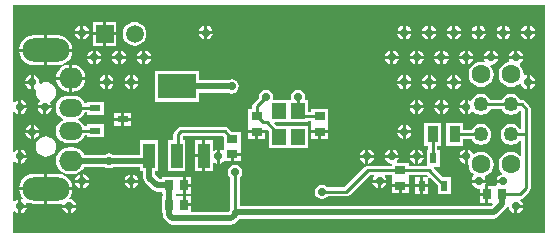
<source format=gbl>
%FSTAX23Y23*%
%MOIN*%
%SFA1B1*%

%IPPOS*%
%ADD15C,0.010000*%
%ADD16R,0.027560X0.037400*%
%ADD17R,0.037400X0.027560*%
%ADD37C,0.019680*%
%ADD38O,0.078740X0.068900*%
%ADD39O,0.078740X0.059060*%
%ADD40O,0.157480X0.078740*%
%ADD41C,0.062990*%
%ADD42C,0.049210*%
%ADD43R,0.059060X0.059060*%
%ADD44C,0.059060*%
%ADD45C,0.027560*%
%ADD46R,0.037400X0.055120*%
%ADD47R,0.023620X0.035430*%
%ADD48R,0.035430X0.023620*%
%ADD49R,0.047240X0.055120*%
%ADD50R,0.127950X0.084650*%
%ADD51R,0.039370X0.084650*%
%LNmidi_stick-1*%
%LPD*%
G36*
X04601Y02555D02*
X0283D01*
Y02627*
X02834Y02629*
X02835Y02628*
X02843Y02623*
X02847Y02622*
Y02645*
Y02668*
X02843Y02668*
X02835Y02662*
X02834Y02662*
X0283Y02663*
Y02793*
X02834Y02794*
X02835Y02793*
X02843Y02788*
X02847Y02787*
Y02811*
Y02834*
X02843Y02833*
X02835Y02828*
X02834Y02827*
X0283Y02828*
Y02958*
X02834Y02959*
X02835Y02959*
X02843Y02953*
X02847Y02953*
Y02976*
Y02999*
X02843Y02998*
X02835Y02993*
X02834Y02992*
X0283Y02994*
Y03315*
X04601*
Y02555*
G37*
%LNmidi_stick-2*%
%LPC*%
G36*
X04552Y03247D02*
Y03229D01*
X0457*
X04569Y03233*
X04564Y03241*
X04556Y03246*
X04552Y03247*
G37*
G36*
X04542D02*
X04537Y03246D01*
X0453Y03241*
X04524Y03233*
X04523Y03229*
X04542*
Y03247*
G37*
G36*
X04469D02*
Y03229D01*
X04487*
X04486Y03233*
X04481Y03241*
X04473Y03246*
X04469Y03247*
G37*
G36*
X04459D02*
X04455Y03246D01*
X04447Y03241*
X04442Y03233*
X04441Y03229*
X04459*
Y03247*
G37*
G36*
X04386D02*
Y03229D01*
X04405*
X04404Y03233*
X04399Y03241*
X04391Y03246*
X04386Y03247*
G37*
G36*
X04376D02*
X04372Y03246D01*
X04364Y03241*
X04359Y03233*
X04358Y03229*
X04376*
Y03247*
G37*
G36*
X04304D02*
Y03229D01*
X04322*
X04321Y03233*
X04316Y03241*
X04308Y03246*
X04304Y03247*
G37*
G36*
X04294D02*
X04289Y03246D01*
X04282Y03241*
X04276Y03233*
X04275Y03229*
X04294*
Y03247*
G37*
G36*
X04221D02*
Y03229D01*
X04239*
X04238Y03233*
X04233Y03241*
X04225Y03246*
X04221Y03247*
G37*
G36*
X04211D02*
X04207Y03246D01*
X04199Y03241*
X04194Y03233*
X04193Y03229*
X04211*
Y03247*
G37*
G36*
X04138D02*
Y03229D01*
X04157*
X04156Y03233*
X04151Y03241*
X04143Y03246*
X04138Y03247*
G37*
G36*
X04128D02*
X04124Y03246D01*
X04116Y03241*
X04111Y03233*
X0411Y03229*
X04128*
Y03247*
G37*
G36*
X03477D02*
Y03229D01*
X03495*
X03494Y03233*
X03489Y03241*
X03481Y03246*
X03477Y03247*
G37*
G36*
X03467D02*
X03463Y03246D01*
X03455Y03241*
X0345Y03233*
X03449Y03229*
X03467*
Y03247*
G37*
G36*
X03064D02*
Y03229D01*
X03082*
X03081Y03233*
X03076Y03241*
X03068Y03246*
X03064Y03247*
G37*
G36*
X03054D02*
X03049Y03246D01*
X03041Y03241*
X03036Y03233*
X03035Y03229*
X03054*
Y03247*
G37*
G36*
X03174Y03259D02*
X0314D01*
Y03225*
X03174*
Y03259*
G37*
G36*
X0313D02*
X03095D01*
Y03225*
X0313*
Y03259*
G37*
G36*
X03082Y03219D02*
X03064D01*
Y03201*
X03068Y03202*
X03076Y03207*
X03081Y03215*
X03082Y03219*
G37*
G36*
X03054D02*
X03035D01*
X03036Y03215*
X03041Y03207*
X03049Y03202*
X03054Y03201*
Y03219*
G37*
G36*
X0457D02*
X04552D01*
Y03201*
X04556Y03202*
X04564Y03207*
X04569Y03215*
X0457Y03219*
G37*
G36*
X04542D02*
X04523D01*
X04524Y03215*
X0453Y03207*
X04537Y03202*
X04542Y03201*
Y03219*
G37*
G36*
X04487D02*
X04469D01*
Y03201*
X04473Y03202*
X04481Y03207*
X04486Y03215*
X04487Y03219*
G37*
G36*
X04459D02*
X04441D01*
X04442Y03215*
X04447Y03207*
X04455Y03202*
X04459Y03201*
Y03219*
G37*
G36*
X04405D02*
X04386D01*
Y03201*
X04391Y03202*
X04399Y03207*
X04404Y03215*
X04405Y03219*
G37*
G36*
X04376D02*
X04358D01*
X04359Y03215*
X04364Y03207*
X04372Y03202*
X04376Y03201*
Y03219*
G37*
G36*
X04322D02*
X04304D01*
Y03201*
X04308Y03202*
X04316Y03207*
X04321Y03215*
X04322Y03219*
G37*
G36*
X04294D02*
X04275D01*
X04276Y03215*
X04282Y03207*
X04289Y03202*
X04294Y03201*
Y03219*
G37*
G36*
X04239D02*
X04221D01*
Y03201*
X04225Y03202*
X04233Y03207*
X04238Y03215*
X04239Y03219*
G37*
G36*
X04211D02*
X04193D01*
X04194Y03215*
X04199Y03207*
X04207Y03202*
X04211Y03201*
Y03219*
G37*
G36*
X04157D02*
X04138D01*
Y03201*
X04143Y03202*
X04151Y03207*
X04156Y03215*
X04157Y03219*
G37*
G36*
X04128D02*
X0411D01*
X04111Y03215*
X04116Y03207*
X04124Y03202*
X04128Y03201*
Y03219*
G37*
G36*
X03495D02*
X03477D01*
Y03201*
X03481Y03202*
X03489Y03207*
X03494Y03215*
X03495Y03219*
G37*
G36*
X03467D02*
X03449D01*
X0345Y03215*
X03455Y03207*
X03463Y03202*
X03467Y03201*
Y03219*
G37*
G36*
X03174Y03215D02*
X0314D01*
Y0318*
X03174*
Y03215*
G37*
G36*
X0313D02*
X03095D01*
Y0318*
X0313*
Y03215*
G37*
G36*
X03235Y03259D02*
X03224Y03258D01*
X03215Y03254*
X03206Y03248*
X032Y03239*
X03196Y0323*
X03195Y0322*
X03196Y03209*
X032Y032*
X03206Y03191*
X03215Y03185*
X03224Y03181*
X03235Y0318*
X03245Y03181*
X03254Y03185*
X03263Y03191*
X03269Y032*
X03273Y03209*
X03274Y0322*
X03273Y0323*
X03269Y03239*
X03263Y03248*
X03254Y03254*
X03245Y03258*
X03235Y03259*
G37*
G36*
X02978Y03215D02*
X02944D01*
Y0317*
X03027*
X03026Y03178*
X03021Y0319*
X03013Y032*
X03003Y03208*
X02991Y03213*
X02978Y03215*
G37*
G36*
X02934D02*
X02899D01*
X02886Y03213*
X02874Y03208*
X02864Y032*
X02856Y0319*
X02851Y03178*
X0285Y0317*
X02934*
Y03215*
G37*
G36*
X0451Y03164D02*
Y03146D01*
X04529*
X04528Y03151*
X04523Y03158*
X04515Y03164*
X0451Y03164*
G37*
G36*
X045D02*
X04496Y03164D01*
X04488Y03158*
X04483Y03151*
X04482Y03146*
X045*
Y03164*
G37*
G36*
X04428D02*
Y03146D01*
X04446*
X04445Y03151*
X0444Y03158*
X04432Y03164*
X04428Y03164*
G37*
G36*
X04418D02*
X04413Y03164D01*
X04406Y03158*
X044Y03151*
X04399Y03146*
X04418*
Y03164*
G37*
G36*
X04345D02*
Y03146D01*
X04363*
X04362Y03151*
X04357Y03158*
X04349Y03164*
X04345Y03164*
G37*
G36*
X04335D02*
X04331Y03164D01*
X04323Y03158*
X04318Y03151*
X04317Y03146*
X04335*
Y03164*
G37*
G36*
X04262D02*
Y03146D01*
X04281*
X0428Y03151*
X04275Y03158*
X04267Y03164*
X04262Y03164*
G37*
G36*
X04252D02*
X04248Y03164D01*
X0424Y03158*
X04235Y03151*
X04234Y03146*
X04252*
Y03164*
G37*
G36*
X0418D02*
Y03146D01*
X04198*
X04197Y03151*
X04192Y03158*
X04184Y03164*
X0418Y03164*
G37*
G36*
X0417D02*
X04165Y03164D01*
X04158Y03158*
X04152Y03151*
X04151Y03146*
X0417*
Y03164*
G37*
G36*
X04097D02*
Y03146D01*
X04115*
X04114Y03151*
X04109Y03158*
X04101Y03164*
X04097Y03164*
G37*
G36*
X04087D02*
X04083Y03164D01*
X04075Y03158*
X0407Y03151*
X04069Y03146*
X04087*
Y03164*
G37*
G36*
X0327D02*
Y03146D01*
X03289*
X03288Y03151*
X03282Y03158*
X03275Y03164*
X0327Y03164*
G37*
G36*
X0326D02*
X03256Y03164D01*
X03248Y03158*
X03243Y03151*
X03242Y03146*
X0326*
Y03164*
G37*
G36*
X03188D02*
Y03146D01*
X03206*
X03205Y03151*
X032Y03158*
X03192Y03164*
X03188Y03164*
G37*
G36*
X03178D02*
X03173Y03164D01*
X03165Y03158*
X0316Y03151*
X03159Y03146*
X03178*
Y03164*
G37*
G36*
X03105D02*
Y03146D01*
X03123*
X03122Y03151*
X03117Y03158*
X03109Y03164*
X03105Y03164*
G37*
G36*
X03095D02*
X03091Y03164D01*
X03083Y03158*
X03078Y03151*
X03077Y03146*
X03095*
Y03164*
G37*
G36*
X04446Y03136D02*
X04399D01*
X044Y03132*
X04402Y0313*
X04402Y03128*
X04399Y03125*
X0439Y03126*
X04379Y03125*
X04369Y03121*
X0436Y03114*
X04353Y03105*
X04349Y03095*
X04348Y03085*
X04349Y03074*
X04353Y03064*
X0436Y03055*
X04369Y03048*
X04379Y03044*
X0439Y03043*
X044Y03044*
X0441Y03048*
X04419Y03055*
X04426Y03064*
X0443Y03074*
X04431Y03085*
X0443Y03095*
X04426Y03105*
X0442Y03112*
X04422Y03115*
X04423Y03117*
X04432Y03119*
X0444Y03124*
X04445Y03132*
X04446Y03136*
G37*
G36*
X04363D02*
X04345D01*
Y03118*
X04349Y03119*
X04357Y03124*
X04362Y03132*
X04363Y03136*
G37*
G36*
X04335D02*
X04317D01*
X04318Y03132*
X04323Y03124*
X04331Y03119*
X04335Y03118*
Y03136*
G37*
G36*
X04281D02*
X04262D01*
Y03118*
X04267Y03119*
X04275Y03124*
X0428Y03132*
X04281Y03136*
G37*
G36*
X04252D02*
X04234D01*
X04235Y03132*
X0424Y03124*
X04248Y03119*
X04252Y03118*
Y03136*
G37*
G36*
X04198D02*
X0418D01*
Y03118*
X04184Y03119*
X04192Y03124*
X04197Y03132*
X04198Y03136*
G37*
G36*
X0417D02*
X04151D01*
X04152Y03132*
X04158Y03124*
X04165Y03119*
X0417Y03118*
Y03136*
G37*
G36*
X04115D02*
X04097D01*
Y03118*
X04101Y03119*
X04109Y03124*
X04114Y03132*
X04115Y03136*
G37*
G36*
X04087D02*
X04069D01*
X0407Y03132*
X04075Y03124*
X04083Y03119*
X04087Y03118*
Y03136*
G37*
G36*
X03289D02*
X0327D01*
Y03118*
X03275Y03119*
X03282Y03124*
X03288Y03132*
X03289Y03136*
G37*
G36*
X0326D02*
X03242D01*
X03243Y03132*
X03248Y03124*
X03256Y03119*
X0326Y03118*
Y03136*
G37*
G36*
X03206D02*
X03188D01*
Y03118*
X03192Y03119*
X032Y03124*
X03205Y03132*
X03206Y03136*
G37*
G36*
X03178D02*
X03159D01*
X0316Y03132*
X03165Y03124*
X03173Y03119*
X03178Y03118*
Y03136*
G37*
G36*
X03123D02*
X03105D01*
Y03118*
X03109Y03119*
X03117Y03124*
X03122Y03132*
X03123Y03136*
G37*
G36*
X03095D02*
X03077D01*
X03078Y03132*
X03083Y03124*
X03091Y03119*
X03095Y03118*
Y03136*
G37*
G36*
X03027Y0316D02*
X02944D01*
Y03115*
X02978*
X02991Y03117*
X03003Y03122*
X03013Y0313*
X03021Y0314*
X03026Y03152*
X03027Y0316*
G37*
G36*
X02934D02*
X0285D01*
X02851Y03152*
X02856Y0314*
X02864Y0313*
X02874Y03122*
X02886Y03117*
X02899Y03115*
X02934*
Y0316*
G37*
G36*
X03026Y03117D02*
Y03077D01*
X0307*
X0307Y03084*
X03065Y03095*
X03058Y03104*
X03049Y03111*
X03038Y03116*
X03026Y03117*
G37*
G36*
X03016D02*
X03005Y03116D01*
X02994Y03111*
X02985Y03104*
X02978Y03095*
X02973Y03084*
X02972Y03077*
X03016*
Y03117*
G37*
G36*
X04552Y03082D02*
Y03064D01*
X0457*
X04569Y03068*
X04564Y03076*
X04556Y03081*
X04552Y03082*
G37*
G36*
X04304D02*
Y03064D01*
X04322*
X04321Y03068*
X04316Y03076*
X04308Y03081*
X04304Y03082*
G37*
G36*
X04294D02*
X04289Y03081D01*
X04282Y03076*
X04276Y03068*
X04275Y03064*
X04294*
Y03082*
G37*
G36*
X04221D02*
Y03064D01*
X04239*
X04238Y03068*
X04233Y03076*
X04225Y03081*
X04221Y03082*
G37*
G36*
X04211D02*
X04207Y03081D01*
X04199Y03076*
X04194Y03068*
X04193Y03064*
X04211*
Y03082*
G37*
G36*
X04138D02*
Y03064D01*
X04157*
X04156Y03068*
X04151Y03076*
X04143Y03081*
X04138Y03082*
G37*
G36*
X04128D02*
X04124Y03081D01*
X04116Y03076*
X04111Y03068*
X0411Y03064*
X04128*
Y03082*
G37*
G36*
X03229D02*
Y03064D01*
X03247*
X03246Y03068*
X03241Y03076*
X03233Y03081*
X03229Y03082*
G37*
G36*
X03219D02*
X03215Y03081D01*
X03207Y03076*
X03202Y03068*
X03201Y03064*
X03219*
Y03082*
G37*
G36*
X03146D02*
Y03064D01*
X03164*
X03164Y03068*
X03158Y03076*
X03151Y03081*
X03146Y03082*
G37*
G36*
X03136D02*
X03132Y03081D01*
X03124Y03076*
X03119Y03068*
X03118Y03064*
X03136*
Y03082*
G37*
G36*
X02888D02*
X02884Y03081D01*
X02876Y03076*
X02871Y03068*
X0287Y03064*
X02888*
Y03082*
G37*
G36*
X0457Y03054D02*
X04552D01*
Y03035*
X04556Y03036*
X04564Y03041*
X04569Y03049*
X0457Y03054*
G37*
G36*
X04529Y03136D02*
X04482D01*
X04483Y03132*
X04484Y0313*
X04482Y03125*
X04479Y03125*
X04469Y03121*
X0446Y03114*
X04453Y03105*
X04449Y03095*
X04448Y03085*
X04449Y03074*
X04453Y03064*
X0446Y03055*
X04469Y03048*
X04479Y03044*
X0449Y03043*
X045Y03044*
X0451Y03048*
X04518Y03054*
X04522Y03054*
X04524Y03053*
X04524Y03049*
X0453Y03041*
X04537Y03036*
X04542Y03035*
Y03059*
Y03082*
X04537Y03081*
X04535Y0308*
X04531Y03082*
X04531Y03085*
X0453Y03095*
X04526Y03105*
X04519Y03114*
X04518Y03115*
X04518Y03121*
X04523Y03124*
X04528Y03132*
X04529Y03136*
G37*
G36*
X04322Y03054D02*
X04304D01*
Y03035*
X04308Y03036*
X04316Y03041*
X04321Y03049*
X04322Y03054*
G37*
G36*
X04294D02*
X04275D01*
X04276Y03049*
X04282Y03041*
X04289Y03036*
X04294Y03035*
Y03054*
G37*
G36*
X04239D02*
X04221D01*
Y03035*
X04225Y03036*
X04233Y03041*
X04238Y03049*
X04239Y03054*
G37*
G36*
X04211D02*
X04193D01*
X04194Y03049*
X04199Y03041*
X04207Y03036*
X04211Y03035*
Y03054*
G37*
G36*
X04157D02*
X04138D01*
Y03035*
X04143Y03036*
X04151Y03041*
X04156Y03049*
X04157Y03054*
G37*
G36*
X04128D02*
X0411D01*
X04111Y03049*
X04116Y03041*
X04124Y03036*
X04128Y03035*
Y03054*
G37*
G36*
X03247D02*
X03229D01*
Y03035*
X03233Y03036*
X03241Y03041*
X03246Y03049*
X03247Y03054*
G37*
G36*
X03219D02*
X03201D01*
X03202Y03049*
X03207Y03041*
X03215Y03036*
X03219Y03035*
Y03054*
G37*
G36*
X03164D02*
X03146D01*
Y03035*
X03151Y03036*
X03158Y03041*
X03164Y03049*
X03164Y03054*
G37*
G36*
X03136D02*
X03118D01*
X03119Y03049*
X03124Y03041*
X03132Y03036*
X03136Y03035*
Y03054*
G37*
G36*
X02888D02*
X0287D01*
X02871Y03049*
X02876Y03041*
X02884Y03036*
X02888Y03035*
Y03054*
G37*
G36*
X0307Y03067D02*
X03026D01*
Y03027*
X03038Y03029*
X03049Y03033*
X03058Y03041*
X03065Y0305*
X0307Y03061*
X0307Y03067*
G37*
G36*
X03016D02*
X02972D01*
X02973Y03061*
X02978Y0305*
X02985Y03041*
X02994Y03033*
X03005Y03029*
X03016Y03027*
Y03067*
G37*
G36*
X03448Y03097D02*
X03301D01*
Y02992*
X03448*
Y03024*
X03545*
X03549Y03022*
X03558Y0302*
X03567Y03022*
X03575Y03027*
X0358Y03035*
X03582Y03045*
X0358Y03054*
X03575Y03062*
X03567Y03067*
X03558Y03069*
X03549Y03067*
X03546Y03065*
X03448*
Y03097*
G37*
G36*
X0378Y03034D02*
X0377Y03032D01*
X03762Y03027*
X03757Y03019*
X03755Y0301*
X03756Y03004*
X03753Y03*
X03699*
X03695Y03004*
X03697Y0301*
X03695Y03019*
X03689Y03027*
X03682Y03032*
X03672Y03034*
X03663Y03032*
X03655Y03027*
X0365Y03019*
X03648Y0301*
X03648Y03007*
X03631Y0299*
X03628Y02985*
X03626Y02979*
Y02969*
X03613*
Y02923*
Y02921*
Y02918*
Y02899*
X0367*
Y029*
X03675Y02902*
X03682Y02896*
Y02839*
X03812*
Y02914*
X03707*
X037Y02921*
X03702Y02925*
X03812*
Y0293*
X03823*
Y02923*
Y02921*
Y02918*
Y02916*
Y02899*
X0388*
Y02916*
X0388Y02918*
Y02921*
X0388Y02923*
Y02969*
X03823*
Y0296*
X03812*
Y03*
X03806*
X03803Y03004*
X03804Y0301*
X03802Y03019*
X03797Y03027*
X03789Y03032*
X0378Y03034*
G37*
G36*
X0449Y03019D02*
X0448Y03018D01*
X04472Y03015*
X04465Y03009*
X04459Y03002*
X04458Y03*
X04421*
X0442Y03002*
X04414Y03009*
X04407Y03015*
X04399Y03018*
X0439Y03019*
X0438Y03018*
X04372Y03015*
X04365Y03009*
X04359Y03002*
X04357Y02998*
X04353Y02996*
X04349Y02998*
X04345Y02999*
Y02976*
Y02953*
X04349Y02953*
X04357Y02959*
X04359Y02961*
X04364Y02961*
X04365Y0296*
X04372Y02954*
X0438Y02951*
X0439Y0295*
X04399Y02951*
X04407Y02954*
X04414Y0296*
X0442Y02967*
X04421Y02969*
X04458*
X04459Y02967*
X04465Y0296*
X04472Y02954*
X0448Y02951*
X0449Y0295*
X04499Y02951*
X04507Y02954*
X04514Y0296*
X04515Y02961*
X04521Y02962*
X04524Y02959*
Y02904*
X04522Y02903*
X04519Y02903*
X04514Y02909*
X04507Y02915*
X04499Y02918*
X0449Y02919*
X0448Y02918*
X04472Y02915*
X04465Y02909*
X04459Y02902*
X04456Y02894*
X04455Y02885*
X04456Y02875*
X04459Y02867*
X04465Y0286*
X04472Y02854*
X0448Y02851*
X0449Y0285*
X04499Y02851*
X04507Y02854*
X04514Y0286*
X04519Y02866*
X04522Y02866*
X04524Y02865*
Y02815*
X04519Y02814*
X04519Y02814*
X0451Y02821*
X045Y02825*
X0449Y02826*
X04479Y02825*
X04469Y02821*
X0446Y02814*
X04453Y02805*
X04449Y02795*
X04448Y02785*
X04449Y02774*
X04453Y02764*
X04459Y02756*
X04458Y02751*
X04455Y0275*
X04447Y02745*
X04442Y02737*
X04441Y02733*
X04464*
Y02723*
X04441*
X04442Y02719*
X04442Y02718*
X0444Y02713*
X04436*
X04433*
X04431*
X04414*
Y02685*
Y02656*
X04427*
X04429Y02651*
X04423Y02645*
X03585*
Y0274*
X03587Y02741*
X03592Y02749*
X03594Y02758*
X03592Y02767*
X03587Y02775*
X03579Y02781*
X0357Y02782*
X0356Y02781*
X03552Y02775*
X03547Y02767*
X03545Y02758*
X03547Y02749*
X03552Y02741*
X03554Y0274*
Y02637*
X03551Y02632*
X0355Y02626*
X03548Y02625*
X03424*
Y02645*
X034*
Y0265*
X03395*
Y02678*
X03376*
X03374*
X03373Y02679*
X03372Y02686*
X03373Y02686*
X03376*
X03378*
X03395*
Y02715*
Y02743*
X03378*
X03376*
X03373*
X03371*
X03325*
Y02735*
X03318*
X03304Y02748*
Y02762*
X03314*
Y02867*
X03254*
Y02817*
X03162*
X03159Y02819*
X0315Y02821*
X0314Y02819*
X03137Y02817*
X03066*
X03065Y02819*
X03058Y02828*
X03049Y02836*
X03038Y0284*
X03026Y02842*
X03016*
X03005Y0284*
X02994Y02836*
X02985Y02828*
X02978Y02819*
X02973Y02808*
X02972Y02797*
X02973Y02785*
X02978Y02774*
X02985Y02765*
X02994Y02758*
X03005Y02753*
X03016Y02752*
X03026*
X03038Y02753*
X03049Y02758*
X03058Y02765*
X03065Y02774*
X03066Y02776*
X03137*
X0314Y02774*
X0315Y02772*
X03159Y02774*
X03162Y02776*
X03254*
Y02762*
X03264*
Y0274*
X03265Y02732*
X0327Y02726*
X03295Y027*
X03302Y02696*
X0331Y02694*
X03325*
Y02686*
X03329*
Y02678*
X03325*
Y02621*
X03329*
Y02615*
X0333Y02607*
X03335Y02601*
X03345Y0259*
X03352Y02586*
X0336Y02584*
X03557*
X03564Y02586*
X03571Y0259*
X03584Y02603*
X03585Y02604*
X04431*
X04439Y02606*
X04445Y0261*
X04474Y02639*
X04477Y02642*
X04482Y02641*
X04483Y02636*
X04488Y02628*
X04496Y02623*
X045Y02622*
Y02645*
X04505*
Y0265*
X04529*
X04528Y02654*
X04523Y02662*
X0452Y02664*
X0452Y02666*
X04521Y02669*
X04525Y0267*
X0453Y02674*
X0455Y02694*
X04554Y02699*
X04555Y02705*
Y02885*
Y0297*
X04554Y02975*
X0455Y0298*
X04535Y02995*
X0453Y02999*
X04525Y03*
X04521*
X0452Y03002*
X04514Y03009*
X04507Y03015*
X04499Y03018*
X0449Y03019*
G37*
G36*
X04335Y02999D02*
X04331Y02998D01*
X04323Y02993*
X04318Y02985*
X04317Y02981*
X04335*
Y02999*
G37*
G36*
X04262D02*
Y02981D01*
X04281*
X0428Y02985*
X04275Y02993*
X04267Y02998*
X04262Y02999*
G37*
G36*
X04252D02*
X04248Y02998D01*
X0424Y02993*
X04235Y02985*
X04234Y02981*
X04252*
Y02999*
G37*
G36*
X0418D02*
Y02981D01*
X04198*
X04197Y02985*
X04192Y02993*
X04184Y02998*
X0418Y02999*
G37*
G36*
X0417D02*
X04165Y02998D01*
X04158Y02993*
X04152Y02985*
X04151Y02981*
X0417*
Y02999*
G37*
G36*
X02898Y03082D02*
Y03059D01*
Y03035*
X02901Y03036*
X02903Y03035*
X02904Y03034*
X02906Y03032*
X02905Y03025*
X02906Y03016*
X02909Y03008*
X02915Y03001*
X02918Y02998*
X02918Y02993*
X02917Y02993*
X02912Y02985*
X02911Y02981*
X02958*
X02957Y02985*
X02954Y0299*
X02956Y02996*
X02963Y03001*
X02968Y03008*
X02971Y03016*
X02973Y03025*
X02971Y03034*
X02968Y03042*
X02963Y03049*
X02956Y03054*
X02947Y03058*
X02939Y03059*
X0293Y03058*
X02922Y03054*
X02921Y03054*
X02917Y03057*
X02917Y03059*
X02916Y03068*
X0291Y03076*
X02902Y03081*
X02898Y03082*
G37*
G36*
X02857Y02999D02*
Y02981D01*
X02875*
X02874Y02985*
X02869Y02993*
X02861Y02998*
X02857Y02999*
G37*
G36*
X04335Y02971D02*
X04317D01*
X04318Y02967*
X04323Y02959*
X04331Y02953*
X04335Y02953*
Y02971*
G37*
G36*
X04281D02*
X04262D01*
Y02953*
X04267Y02953*
X04275Y02959*
X0428Y02967*
X04281Y02971*
G37*
G36*
X04252D02*
X04234D01*
X04235Y02967*
X0424Y02959*
X04248Y02953*
X04252Y02953*
Y02971*
G37*
G36*
X04198D02*
X0418D01*
Y02953*
X04184Y02953*
X04192Y02959*
X04197Y02967*
X04198Y02971*
G37*
G36*
X0417D02*
X04151D01*
X04152Y02967*
X04158Y02959*
X04165Y02953*
X0417Y02953*
Y02971*
G37*
G36*
X02958D02*
X0294D01*
Y02953*
X02944Y02953*
X02952Y02959*
X02957Y02967*
X02958Y02971*
G37*
G36*
X0293D02*
X02911D01*
X02912Y02967*
X02917Y02959*
X02925Y02953*
X0293Y02953*
Y02971*
G37*
G36*
X02875D02*
X02857D01*
Y02953*
X02861Y02953*
X02869Y02959*
X02874Y02967*
X02875Y02971*
G37*
G36*
X03031Y03014D02*
X03012D01*
X03001Y03012*
X02992Y03008*
X02983Y03002*
X02977Y02994*
X02973Y02984*
X02972Y02974*
X02973Y02964*
X02977Y02954*
X02983Y02946*
X02992Y02939*
X02997Y02937*
Y02932*
X02992Y0293*
X02983Y02923*
X02977Y02915*
X02973Y02905*
X02972Y02895*
X02973Y02885*
X02977Y02875*
X02983Y02867*
X02992Y02861*
X03001Y02857*
X03012Y02855*
X03031*
X03042Y02857*
X03051Y02861*
X03059Y02867*
X03066Y02875*
X03068Y02882*
X03077*
Y02875*
X03132*
Y02919*
X03077*
Y02912*
X03067*
X03066Y02915*
X03059Y02923*
X03051Y0293*
X03046Y02932*
Y02937*
X03051Y02939*
X03059Y02946*
X03066Y02954*
X03068Y02959*
X03077*
Y0295*
X03132*
Y02994*
X03077*
Y02989*
X03068*
X03066Y02994*
X03059Y03002*
X03051Y03008*
X03042Y03012*
X03031Y03014*
G37*
G36*
X03222Y02956D02*
X032D01*
Y0294*
X03222*
Y02956*
G37*
G36*
X0319D02*
X03167D01*
Y0294*
X0319*
Y02956*
G37*
G36*
X03222Y0293D02*
X032D01*
Y02913*
X03222*
Y0293*
G37*
G36*
X0319D02*
X03167D01*
Y02913*
X0319*
Y0293*
G37*
G36*
X04138Y02916D02*
Y02898D01*
X04157*
X04156Y02902*
X04151Y0291*
X04143Y02916*
X04138Y02916*
G37*
G36*
X04128D02*
X04124Y02916D01*
X04116Y0291*
X04111Y02902*
X0411Y02898*
X04128*
Y02916*
G37*
G36*
X02898D02*
Y02898D01*
X02916*
X02916Y02902*
X0291Y0291*
X02902Y02916*
X02898Y02916*
G37*
G36*
X02888D02*
X02884Y02916D01*
X02876Y0291*
X02871Y02902*
X0287Y02898*
X02888*
Y02916*
G37*
G36*
X0388Y02889D02*
X03857D01*
Y0287*
X0388*
Y02889*
G37*
G36*
X03847D02*
X03823D01*
Y0287*
X03847*
Y02889*
G37*
G36*
X0367D02*
X03647D01*
Y0287*
X0367*
Y02889*
G37*
G36*
X03637D02*
X03613D01*
Y0287*
X03637*
Y02889*
G37*
G36*
X04157Y02888D02*
X04138D01*
Y0287*
X04143Y02871*
X04151Y02876*
X04156Y02884*
X04157Y02888*
G37*
G36*
X04128D02*
X0411D01*
X04111Y02884*
X04116Y02876*
X04124Y02871*
X04128Y0287*
Y02888*
G37*
G36*
X02916D02*
X02898D01*
Y0287*
X02902Y02871*
X0291Y02876*
X02916Y02884*
X02916Y02888*
G37*
G36*
X02888D02*
X0287D01*
X02871Y02884*
X02876Y02876*
X02884Y02871*
X02888Y0287*
Y02888*
G37*
G36*
X0433Y02922D02*
X04272D01*
Y02847*
X0433*
Y02869*
X04358*
X04359Y02867*
X04365Y0286*
X04372Y02854*
X0438Y02851*
X0439Y0285*
X04399Y02851*
X04407Y02854*
X04414Y0286*
X0442Y02867*
X04423Y02875*
X04424Y02885*
X04423Y02894*
X0442Y02902*
X04414Y02909*
X04407Y02915*
X04399Y02918*
X0439Y02919*
X0438Y02918*
X04372Y02915*
X04365Y02909*
X04359Y02902*
X04358Y029*
X0433*
Y02922*
G37*
G36*
X03535Y0291D02*
X0339D01*
X03384Y02909*
X03379Y02905*
X03369Y02895*
X03365Y0289*
X03364Y02885*
Y02867*
X03345*
Y02762*
X03404*
Y02867*
X03395*
Y02878*
X03396Y02879*
X03527*
X03531Y02875*
Y02848*
Y02846*
Y02843*
Y02841*
Y02833*
X03526Y02831*
X03523Y02833*
X03518Y02834*
Y02811*
Y02787*
X03523Y02788*
X0353Y02793*
X03532Y02795*
X03555*
Y02819*
X0356*
Y02824*
X03588*
Y02841*
Y02843*
Y02846*
Y02848*
Y02894*
X03557*
X03546Y02905*
X03541Y02909*
X03535Y0291*
G37*
G36*
X0346Y02867D02*
X03435D01*
Y02819*
X0346*
Y02867*
G37*
G36*
X04335Y02834D02*
X04331Y02833D01*
X04323Y02828*
X04318Y0282*
X04317Y02816*
X04335*
Y02834*
G37*
G36*
X0418D02*
Y02816D01*
X04198*
X04197Y0282*
X04192Y02828*
X04184Y02833*
X0418Y02834*
G37*
G36*
X0417D02*
X04165Y02833D01*
X04158Y02828*
X04152Y0282*
X04151Y02816*
X0417*
Y02834*
G37*
G36*
X04097D02*
Y02816D01*
X04115*
X04114Y0282*
X04109Y02828*
X04101Y02833*
X04097Y02834*
G37*
G36*
X04087D02*
X04083Y02833D01*
X04075Y02828*
X0407Y0282*
X04069Y02816*
X04087*
Y02834*
G37*
G36*
X04014D02*
Y02816D01*
X04033*
X04032Y0282*
X04026Y02828*
X04019Y02833*
X04014Y02834*
G37*
G36*
X04004D02*
X04Y02833D01*
X03992Y02828*
X03987Y0282*
X03986Y02816*
X04004*
Y02834*
G37*
G36*
X02857D02*
Y02816D01*
X02875*
X02874Y0282*
X02869Y02828*
X02861Y02833*
X02857Y02834*
G37*
G36*
X02939Y02878D02*
X0293Y02877D01*
X02922Y02873*
X02915Y02868*
X02909Y02861*
X02906Y02853*
X02905Y02844*
X02906Y02835*
X02909Y02827*
X02915Y0282*
X02922Y02815*
X0293Y02811*
X02939Y0281*
X02947Y02811*
X02956Y02815*
X02963Y0282*
X02968Y02827*
X02971Y02835*
X02973Y02844*
X02971Y02853*
X02968Y02861*
X02963Y02868*
X02956Y02873*
X02947Y02877*
X02939Y02878*
G37*
G36*
X03588Y02814D02*
X03565D01*
Y02795*
X03588*
Y02814*
G37*
G36*
X04335Y02806D02*
X04317D01*
X04318Y02801*
X04323Y02793*
X04331Y02788*
X04335Y02787*
Y02806*
G37*
G36*
X04198D02*
X0418D01*
Y02787*
X04184Y02788*
X04192Y02793*
X04197Y02801*
X04198Y02806*
G37*
G36*
X0417D02*
X04151D01*
X04152Y02801*
X04158Y02793*
X04165Y02788*
X0417Y02787*
Y02806*
G37*
G36*
X04033D02*
X04014D01*
Y02787*
X04019Y02788*
X04026Y02793*
X04032Y02801*
X04033Y02806*
G37*
G36*
X04004D02*
X03986D01*
X03987Y02801*
X03992Y02793*
X04Y02788*
X04004Y02787*
Y02806*
G37*
G36*
X03495Y02867D02*
X0347D01*
Y02814*
Y02762*
X03495*
Y02788*
X035Y02791*
X03504Y02788*
X03508Y02787*
Y02811*
Y02834*
X03504Y02833*
X035Y0283*
X03495Y02833*
Y02867*
G37*
G36*
X02875Y02806D02*
X02857D01*
Y02787*
X02861Y02788*
X02869Y02793*
X02874Y02801*
X02875Y02806*
G37*
G36*
X04257Y02922D02*
X04199D01*
Y02847*
X04213*
Y02832*
X04208*
Y0278*
X04148*
Y02789*
X04111*
X04109Y02794*
X04114Y02801*
X04115Y02806*
X04069*
X0407Y02801*
X04075Y02793*
X04083Y02788*
X04091Y02787*
Y0278*
X04012*
X04006Y02779*
X04001Y02776*
X03933Y02709*
X03878*
X03877Y0271*
X03869Y02716*
X0386Y02717*
X0385Y02716*
X03842Y0271*
X03837Y02702*
X03835Y02693*
X03837Y02684*
X03842Y02676*
X0385Y02671*
X0386Y02669*
X03869Y02671*
X03877Y02676*
X03878Y02678*
X0394*
X03946Y02679*
X03951Y02682*
X04018Y0275*
X04032*
X04033Y02747*
X04033Y02745*
X04028Y02737*
X04027Y02733*
X04074*
X04073Y02737*
X04068Y02745*
X04068Y02747*
X04069Y0275*
X04091*
Y02743*
Y02741*
Y02738*
Y02736*
Y02719*
X04148*
Y02736*
Y02738*
Y02741*
Y02743*
Y0275*
X04209*
X04211Y02747*
X04209Y02742*
X04197*
Y02719*
X04214*
Y02739*
X04219Y02741*
X04245Y02714*
Y02687*
X04289*
Y02742*
X04261*
X04231Y02772*
X04233Y02777*
X04251*
Y02832*
X04243*
Y02847*
X04257*
Y02922*
G37*
G36*
X0346Y02809D02*
X03435D01*
Y02762*
X0346*
Y02809*
G37*
G36*
X04345Y02834D02*
Y02811D01*
Y02785*
X04348Y02783*
X04349Y02774*
X04353Y02764*
X0436Y02755*
X04365Y02751*
X04364Y02745*
X04364Y02745*
X04359Y02737*
X04358Y02733*
X04405*
X04404Y02737*
X04402Y02739*
X04404Y02746*
X0441Y02748*
X04419Y02755*
X04426Y02764*
X0443Y02774*
X04431Y02785*
X0443Y02795*
X04426Y02805*
X04419Y02814*
X0441Y02821*
X044Y02825*
X0439Y02826*
X04379Y02825*
X04369Y02821*
X04367Y0282*
X04361Y02821*
X04357Y02828*
X04349Y02833*
X04345Y02834*
G37*
G36*
X03229Y02751D02*
Y02733D01*
X03247*
X03246Y02737*
X03241Y02745*
X03233Y0275*
X03229Y02751*
G37*
G36*
X03219D02*
X03215Y0275D01*
X03207Y02745*
X03202Y02737*
X03201Y02733*
X03219*
Y02751*
G37*
G36*
X03064D02*
Y02733D01*
X03082*
X03081Y02737*
X03076Y02745*
X03068Y0275*
X03064Y02751*
G37*
G36*
X03054D02*
X03049Y0275D01*
X03041Y02745*
X03036Y02737*
X03035Y02733*
X03054*
Y02751*
G37*
G36*
X03405Y02743D02*
Y0272D01*
X03424*
Y02743*
X03405*
G37*
G36*
X04187Y02742D02*
X0417D01*
Y02719*
X04187*
Y02742*
G37*
G36*
X02978Y02754D02*
X02944D01*
Y02709*
X03027*
X03026Y02717*
X03021Y02729*
X03013Y02739*
X03003Y02747*
X02991Y02752*
X02978Y02754*
G37*
G36*
X02934D02*
X02899D01*
X02886Y02752*
X02874Y02747*
X02864Y02739*
X02856Y02729*
X02851Y02717*
X0285Y02709*
X02934*
Y02754*
G37*
G36*
X04074Y02723D02*
X04056D01*
Y02705*
X0406Y02705*
X04068Y02711*
X04073Y02719*
X04074Y02723*
G37*
G36*
X04046D02*
X04027D01*
X04028Y02719*
X04034Y02711*
X04041Y02705*
X04046Y02705*
Y02723*
G37*
G36*
X03247D02*
X03229D01*
Y02705*
X03233Y02705*
X03241Y02711*
X03246Y02719*
X03247Y02723*
G37*
G36*
X03219D02*
X03201D01*
X03202Y02719*
X03207Y02711*
X03215Y02705*
X03219Y02705*
Y02723*
G37*
G36*
X03082D02*
X03064D01*
Y02705*
X03068Y02705*
X03076Y02711*
X03081Y02719*
X03082Y02723*
G37*
G36*
X03054D02*
X03035D01*
X03036Y02719*
X03041Y02711*
X03049Y02705*
X03054Y02705*
Y02723*
G37*
G36*
X04148Y02709D02*
X04125D01*
Y0269*
X04148*
Y02709*
G37*
G36*
X04115D02*
X04091D01*
Y0269*
X04115*
Y02709*
G37*
G36*
X04405Y02723D02*
X04358D01*
X04359Y02719*
X04364Y02711*
X04372Y02705*
X04381Y02704*
X04385Y02701*
Y0269*
X04404*
Y02716*
X04403Y02718*
X04404Y02719*
X04405Y02723*
G37*
G36*
X04214Y02709D02*
X04197D01*
Y02687*
X04214*
Y02709*
G37*
G36*
X04187D02*
X0417D01*
Y02687*
X04187*
Y02709*
G37*
G36*
X03424Y0271D02*
X03405D01*
Y02686*
X03424*
Y0271*
G37*
G36*
X02934Y02699D02*
X0285D01*
X02851Y02691*
X02856Y02679*
X02861Y02673*
X02858Y02668*
X02857Y02668*
Y0265*
X02875*
X02874Y02654*
X02873Y02656*
X02876Y0266*
X02886Y02656*
X02899Y02654*
X02934*
Y02699*
G37*
G36*
X04404Y0268D02*
X04385D01*
Y02656*
X04404*
Y0268*
G37*
G36*
X03424Y02678D02*
X03405D01*
Y02655*
X03424*
Y02678*
G37*
G36*
X03027Y02699D02*
X02944D01*
Y02654*
X02978*
X0299Y02656*
X02992Y02654*
X02994Y02652*
X02994Y0265*
X0304*
X0304Y02654*
X03034Y02662*
X03027Y02668*
X0302Y02669*
X03017Y02674*
Y02674*
X03021Y02679*
X03026Y02691*
X03027Y02699*
G37*
G36*
X04529Y0264D02*
X0451D01*
Y02622*
X04515Y02623*
X04523Y02628*
X04528Y02636*
X04529Y0264*
G37*
G36*
X0304D02*
X03022D01*
Y02622*
X03027Y02623*
X03034Y02628*
X0304Y02636*
X0304Y0264*
G37*
G36*
X03012D02*
X02994D01*
X02995Y02636*
X03Y02628*
X03008Y02623*
X03012Y02622*
Y0264*
G37*
G36*
X02875D02*
X02857D01*
Y02622*
X02861Y02623*
X02869Y02628*
X02874Y02636*
X02875Y0264*
G37*
%LNmidi_stick-3*%
%LPD*%
G54D15*
X0357Y02625D02*
Y02758D01*
X04012Y02765D02*
X0412D01*
X0394Y02693D02*
X04012Y02765D01*
X0386Y02693D02*
X0394D01*
X0412Y02765D02*
X04216D01*
X04267Y02714*
X04228Y02806D02*
X0423Y02805D01*
X04228Y02806D02*
Y02885D01*
X04301D02*
X0439D01*
X0454D02*
Y0297D01*
Y02705D02*
Y02885D01*
X0449D02*
X0454D01*
X0449Y02985D02*
X04525D01*
X0439D02*
X0449D01*
X04525D02*
X0454Y0297D01*
X0452Y02685D02*
X0454Y02705D01*
X0446Y02685D02*
X0452D01*
X0378Y02964D02*
Y0301D01*
X03778Y02963D02*
X0378Y02964D01*
X03642Y02979D02*
X03672Y0301D01*
X03642Y02945D02*
Y02979D01*
X03675Y02925D02*
X03715Y02884D01*
X03662Y02925D02*
X03675D01*
X03715Y02876D02*
Y02884D01*
X03796Y02945D02*
X03852D01*
X03778Y02963D02*
X03796Y02945D01*
X03642D02*
X03662Y02925D01*
X03375Y02814D02*
X0338Y02819D01*
Y02885*
X0339Y02895*
X03535*
X0356Y0287*
X03266Y02797D02*
X03284Y02814D01*
X03102Y02974D02*
X03104Y02972D01*
X03021Y02974D02*
X03102D01*
X03021Y02895D02*
X03023Y02897D01*
X03104*
G54D16*
X0446Y02685D03*
X04409D03*
X03349Y02715D03*
X034D03*
X03349Y0265D03*
X034D03*
G54D17*
X0412Y02765D03*
Y02714D03*
X0356Y0287D03*
Y02819D03*
X03852Y02945D03*
Y02894D03*
X03642Y02945D03*
Y02894D03*
G54D37*
X0357Y02617D02*
Y02625D01*
X03557Y02605D02*
X0357Y02617D01*
X0336Y02605D02*
X03557D01*
X03349Y02615D02*
X0336Y02605D01*
X03349Y02615D02*
Y0265D01*
X04431Y02625D02*
X0446Y02654D01*
X0357Y02625D02*
X04431D01*
X0446Y02654D02*
Y02685D01*
X03558Y03045D02*
X03558Y03045D01*
X03375Y03045D02*
X03558D01*
X03021Y02797D02*
X0315D01*
X03266*
X0331Y02715D02*
X03349D01*
X03284Y0274D02*
X0331Y02715D01*
X03284Y0274D02*
Y02814D01*
X03349Y0265D02*
Y02715D01*
G54D38*
X03021Y03072D03*
Y02797D03*
G54D39*
X03021Y02974D03*
Y02895D03*
G54D40*
X02939Y02704D03*
Y03165D03*
G54D41*
X0439Y03085D03*
Y02785D03*
X0449D03*
Y03085D03*
G54D42*
X0439Y02985D03*
Y02885D03*
X0449D03*
Y02985D03*
G54D43*
X03135Y0322D03*
G54D44*
X03235Y0322D03*
G54D45*
X04547Y03224D03*
Y03059D03*
X04464Y03224D03*
X04505Y03141D03*
X04464Y02728D03*
X04505Y02645D03*
X04381Y03224D03*
X04423Y03141D03*
X04381Y02728D03*
X04299Y03224D03*
X0434Y03141D03*
X04299Y03059D03*
X0434Y02976D03*
Y02811D03*
X04216Y03224D03*
X04257Y03141D03*
X04216Y03059D03*
X04257Y02976D03*
X04133Y03224D03*
X04175Y03141D03*
X04133Y03059D03*
X04175Y02976D03*
X04133Y02893D03*
X04175Y02811D03*
X04092Y03141D03*
Y02811D03*
X04051Y02728D03*
X04009Y02811D03*
X03472Y03224D03*
X03513Y02811D03*
X03265Y03141D03*
X03224Y03059D03*
Y02728D03*
X03183Y03141D03*
X03141Y03059D03*
X03059Y03224D03*
X031Y03141D03*
X03059Y02728D03*
X03017Y02645D03*
X02893Y03059D03*
X02935Y02976D03*
X02893Y02893D03*
X02852Y02976D03*
Y02811D03*
Y02645D03*
X03558Y03045D03*
X0357Y02758D03*
X0315Y02797D03*
X0386Y02693D03*
X0378Y0301D03*
X03672D03*
G54D46*
X04301Y02885D03*
X04228D03*
G54D47*
X0423Y02805D03*
X04192Y02714D03*
X04267D03*
G54D48*
X03195Y02935D03*
X03104Y02972D03*
Y02897D03*
G54D49*
X03778Y02876D03*
X03715D03*
X03778Y02963D03*
X03715D03*
G54D50*
X03375Y03045D03*
G54D51*
X03284Y02814D03*
X03375D03*
X03465D03*
M02*
</source>
